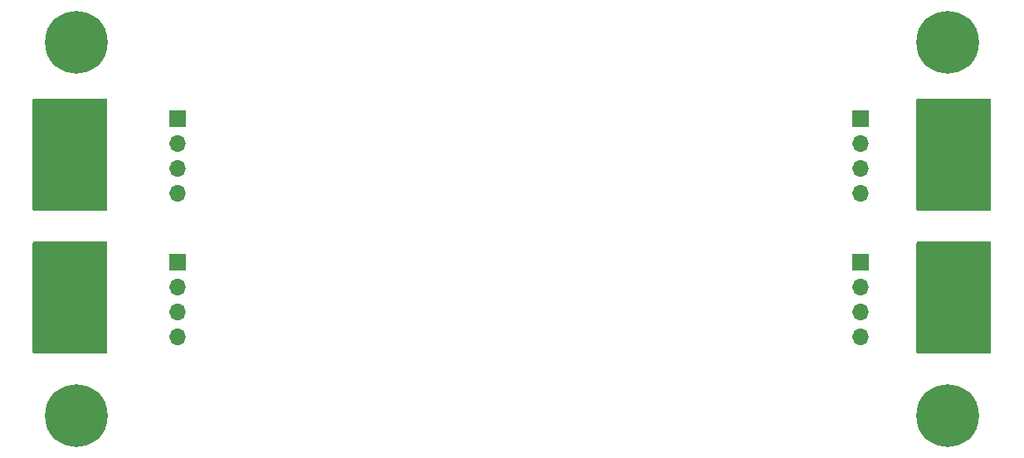
<source format=gbr>
%TF.GenerationSoftware,KiCad,Pcbnew,7.0.2*%
%TF.CreationDate,2023-06-12T21:50:36-07:00*%
%TF.ProjectId,latch,6c617463-682e-46b6-9963-61645f706362,A*%
%TF.SameCoordinates,Original*%
%TF.FileFunction,Soldermask,Bot*%
%TF.FilePolarity,Negative*%
%FSLAX46Y46*%
G04 Gerber Fmt 4.6, Leading zero omitted, Abs format (unit mm)*
G04 Created by KiCad (PCBNEW 7.0.2) date 2023-06-12 21:50:36*
%MOMM*%
%LPD*%
G01*
G04 APERTURE LIST*
%ADD10C,0.800000*%
%ADD11C,6.400000*%
%ADD12R,1.700000X1.700000*%
%ADD13O,1.700000X1.700000*%
G04 APERTURE END LIST*
D10*
%TO.C,H4*%
X193882944Y-120222944D03*
X193882944Y-123617056D03*
X197980000Y-121920000D03*
X193180000Y-121920000D03*
X195580000Y-119520000D03*
X197277056Y-120222944D03*
X195580000Y-124320000D03*
X197277056Y-123617056D03*
D11*
X195580000Y-121920000D03*
%TD*%
D12*
%TO.C,J1*%
X116995000Y-91645000D03*
D13*
X116995000Y-94185000D03*
X116995000Y-96725000D03*
X116995000Y-99265000D03*
%TD*%
D12*
%TO.C,J3*%
X186690000Y-91645000D03*
D13*
X186690000Y-94185000D03*
X186690000Y-96725000D03*
X186690000Y-99265000D03*
%TD*%
D10*
%TO.C,H2*%
X106680000Y-119520000D03*
X109080000Y-121920000D03*
X104280000Y-121920000D03*
D11*
X106680000Y-121920000D03*
D10*
X108377056Y-120222944D03*
X104982944Y-123617056D03*
X104982944Y-120222944D03*
X106680000Y-124320000D03*
X108377056Y-123617056D03*
%TD*%
%TO.C,H3*%
X104280000Y-83820000D03*
X108377056Y-85517056D03*
X108377056Y-82122944D03*
X109080000Y-83820000D03*
X104982944Y-82122944D03*
X106680000Y-81420000D03*
D11*
X106680000Y-83820000D03*
D10*
X104982944Y-85517056D03*
X106680000Y-86220000D03*
%TD*%
D12*
%TO.C,J4*%
X186690000Y-106250000D03*
D13*
X186690000Y-108790000D03*
X186690000Y-111330000D03*
X186690000Y-113870000D03*
%TD*%
D10*
%TO.C,H1*%
X193882944Y-82122944D03*
X197277056Y-82122944D03*
X197277056Y-85517056D03*
X193180000Y-83820000D03*
X193882944Y-85517056D03*
X195580000Y-86220000D03*
X195580000Y-81420000D03*
D11*
X195580000Y-83820000D03*
D10*
X197980000Y-83820000D03*
%TD*%
D12*
%TO.C,J2*%
X116995000Y-106250000D03*
D13*
X116995000Y-108790000D03*
X116995000Y-111330000D03*
X116995000Y-113870000D03*
%TD*%
G36*
X199967121Y-89555002D02*
G01*
X200013614Y-89608658D01*
X200025000Y-89661000D01*
X200025000Y-100839000D01*
X200004998Y-100907121D01*
X199951342Y-100953614D01*
X199899000Y-100965000D01*
X192531000Y-100965000D01*
X192462879Y-100944998D01*
X192416386Y-100891342D01*
X192405000Y-100839000D01*
X192405000Y-89661000D01*
X192425002Y-89592879D01*
X192478658Y-89546386D01*
X192531000Y-89535000D01*
X199899000Y-89535000D01*
X199967121Y-89555002D01*
G37*
G36*
X199967121Y-104160002D02*
G01*
X200013614Y-104213658D01*
X200025000Y-104266000D01*
X200025000Y-115444000D01*
X200004998Y-115512121D01*
X199951342Y-115558614D01*
X199899000Y-115570000D01*
X192531000Y-115570000D01*
X192462879Y-115549998D01*
X192416386Y-115496342D01*
X192405000Y-115444000D01*
X192405000Y-104266000D01*
X192425002Y-104197879D01*
X192478658Y-104151386D01*
X192531000Y-104140000D01*
X199899000Y-104140000D01*
X199967121Y-104160002D01*
G37*
G36*
X109797121Y-89555002D02*
G01*
X109843614Y-89608658D01*
X109855000Y-89661000D01*
X109855000Y-100839000D01*
X109834998Y-100907121D01*
X109781342Y-100953614D01*
X109729000Y-100965000D01*
X102361000Y-100965000D01*
X102292879Y-100944998D01*
X102246386Y-100891342D01*
X102235000Y-100839000D01*
X102235000Y-89661000D01*
X102255002Y-89592879D01*
X102308658Y-89546386D01*
X102361000Y-89535000D01*
X109729000Y-89535000D01*
X109797121Y-89555002D01*
G37*
G36*
X109797121Y-104160002D02*
G01*
X109843614Y-104213658D01*
X109855000Y-104266000D01*
X109855000Y-115444000D01*
X109834998Y-115512121D01*
X109781342Y-115558614D01*
X109729000Y-115570000D01*
X102361000Y-115570000D01*
X102292879Y-115549998D01*
X102246386Y-115496342D01*
X102235000Y-115444000D01*
X102235000Y-104266000D01*
X102255002Y-104197879D01*
X102308658Y-104151386D01*
X102361000Y-104140000D01*
X109729000Y-104140000D01*
X109797121Y-104160002D01*
G37*
M02*

</source>
